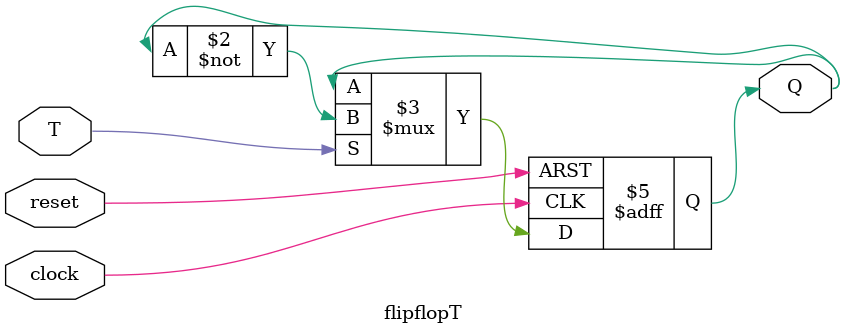
<source format=v>
module flipflopT (T, clock, reset, Q);

	// Declaracao de portas
   input T;
   input clock;
   input reset;
   output reg Q;

   always @(posedge clock or posedge reset) begin
       if (reset) begin
           Q <= 0;
       end else if (T) begin
			Q <= ~Q;
       end
   end

endmodule 
</source>
